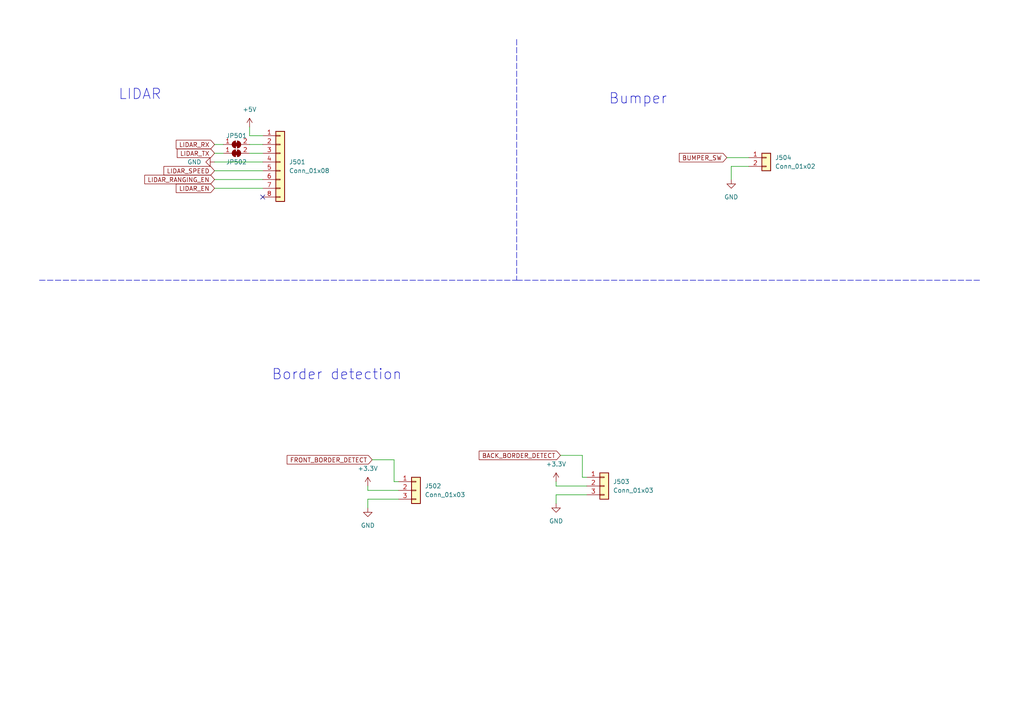
<source format=kicad_sch>
(kicad_sch (version 20230121) (generator eeschema)
  (paper "A4")
  (title_block (title "Robot chat - Sensors") (date "2023-09-19") (rev "1.0") (company "ENSEA"))
  (lib_symbols
    (symbol "Connector_Generic:Conn_01x02" (pin_names (offset 1.016) hide)
      (property "Reference" "J" (at 0 2.54 0))
      (property "Value" "Conn_01x02" (at 0 -5.08 0))
      (symbol "Conn_01x02_1_1"
        (rectangle (start -1.27 -2.413) (end 0 -2.667) (stroke (width 0.1524)))
        (rectangle (start -1.27 0.127) (end 0 -0.127) (stroke (width 0.1524)))
        (rectangle (start -1.27 1.27) (end 1.27 -3.81) (stroke (width 0.254)) (fill (type background)))
        (pin passive line (at -5.08 0 0) (length 3.81) (name "Pin_1") (number "1"))
        (pin passive line (at -5.08 -2.54 0) (length 3.81) (name "Pin_2") (number "2"))
      )
    )
    (symbol "Connector_Generic:Conn_01x03" (pin_names (offset 1.016) hide)
      (property "Reference" "J" (at 0 5.08 0))
      (property "Value" "Conn_01x03" (at 0 -5.08 0))
      (symbol "Conn_01x03_1_1"
        (rectangle (start -1.27 -2.413) (end 0 -2.667) (stroke (width 0.1524)))
        (rectangle (start -1.27 0.127) (end 0 -0.127) (stroke (width 0.1524)))
        (rectangle (start -1.27 2.667) (end 0 2.413) (stroke (width 0.1524)))
        (rectangle (start -1.27 3.81) (end 1.27 -3.81) (stroke (width 0.254)) (fill (type background)))
        (pin passive line (at -5.08 2.54 0) (length 3.81) (name "Pin_1") (number "1"))
        (pin passive line (at -5.08 0 0) (length 3.81) (name "Pin_2") (number "2"))
        (pin passive line (at -5.08 -2.54 0) (length 3.81) (name "Pin_3") (number "3"))
      )
    )
    (symbol "Connector_Generic:Conn_01x08" (pin_names (offset 1.016) hide)
      (property "Reference" "J" (at 0 10.16 0))
      (property "Value" "Conn_01x08" (at 0 -12.7 0))
      (symbol "Conn_01x08_1_1"
        (rectangle (start -1.27 -10.033) (end 0 -10.287) (stroke (width 0.1524)))
        (rectangle (start -1.27 -7.493) (end 0 -7.747) (stroke (width 0.1524)))
        (rectangle (start -1.27 -4.953) (end 0 -5.207) (stroke (width 0.1524)))
        (rectangle (start -1.27 -2.413) (end 0 -2.667) (stroke (width 0.1524)))
        (rectangle (start -1.27 0.127) (end 0 -0.127) (stroke (width 0.1524)))
        (rectangle (start -1.27 2.667) (end 0 2.413) (stroke (width 0.1524)))
        (rectangle (start -1.27 5.207) (end 0 4.953) (stroke (width 0.1524)))
        (rectangle (start -1.27 7.747) (end 0 7.493) (stroke (width 0.1524)))
        (rectangle (start -1.27 8.89) (end 1.27 -11.43) (stroke (width 0.254)) (fill (type background)))
        (pin passive line (at -5.08 7.62 0) (length 3.81) (name "Pin_1") (number "1"))
        (pin passive line (at -5.08 5.08 0) (length 3.81) (name "Pin_2") (number "2"))
        (pin passive line (at -5.08 2.54 0) (length 3.81) (name "Pin_3") (number "3"))
        (pin passive line (at -5.08 0 0) (length 3.81) (name "Pin_4") (number "4"))
        (pin passive line (at -5.08 -2.54 0) (length 3.81) (name "Pin_5") (number "5"))
        (pin passive line (at -5.08 -5.08 0) (length 3.81) (name "Pin_6") (number "6"))
        (pin passive line (at -5.08 -7.62 0) (length 3.81) (name "Pin_7") (number "7"))
        (pin passive line (at -5.08 -10.16 0) (length 3.81) (name "Pin_8") (number "8"))
      )
    )
    (symbol "Jumper:SolderJumper_2_Bridged" (pin_names (offset 0) hide)
      (property "Reference" "JP" (at 0 2.032 0))
      (property "Value" "SolderJumper_2_Bridged" (at 0 -2.54 0))
      (symbol "SolderJumper_2_Bridged_0_1"
        (rectangle (start -0.508 0.508) (end 0.508 -0.508) (fill (type outline)))
        (arc (start -0.254 1.016) (mid -1.2656 0) (end -0.254 -1.016))
        (arc (start -0.254 1.016) (mid -1.2656 0) (end -0.254 -1.016) (fill (type outline)))
        (polyline (pts (xy -0.254 1.016) (xy -0.254 -1.016)))
        (polyline (pts (xy 0.254 1.016) (xy 0.254 -1.016)))
        (arc (start 0.254 -1.016) (mid 1.2656 0) (end 0.254 1.016))
        (arc (start 0.254 -1.016) (mid 1.2656 0) (end 0.254 1.016) (fill (type outline)))
      )
      (symbol "SolderJumper_2_Bridged_1_1"
        (pin passive line (at -3.81 0 0) (length 2.54) (name "A") (number "1"))
        (pin passive line (at 3.81 0 180) (length 2.54) (name "B") (number "2"))
      )
    )
    (symbol "power:+3.3V" (power) (pin_names (offset 0))
      (property "Value" "+3.3V" (at 0 3.556 0))
      (symbol "+3.3V_0_1"
        (polyline (pts (xy -0.762 1.27) (xy 0 2.54)))
        (polyline (pts (xy 0 0) (xy 0 2.54)))
        (polyline (pts (xy 0 2.54) (xy 0.762 1.27)))
      )
      (symbol "+3.3V_1_1"
        (pin power_in line (at 0 0 90) (length 0) hide (name "+3.3V") (number "1"))
      )
    )
    (symbol "power:+5V" (power) (pin_names (offset 0))
      (property "Value" "+5V" (at 0 3.556 0))
      (symbol "+5V_0_1"
        (polyline (pts (xy -0.762 1.27) (xy 0 2.54)))
        (polyline (pts (xy 0 0) (xy 0 2.54)))
        (polyline (pts (xy 0 2.54) (xy 0.762 1.27)))
      )
      (symbol "+5V_1_1"
        (pin power_in line (at 0 0 90) (length 0) hide (name "+5V") (number "1"))
      )
    )
    (symbol "power:GND" (power) (pin_names (offset 0))
      (property "Value" "GND" (at 0 -3.81 0))
      (symbol "GND_0_1"
        (polyline (pts (xy 0 0) (xy 0 -1.27) (xy 1.27 -1.27) (xy 0 -2.54) (xy -1.27 -1.27) (xy 0 -1.27)))
      )
      (symbol "GND_1_1"
        (pin power_in line (at 0 0 270) (length 0) hide (name "GND") (number "1"))
      )
    )
  )
  (no_connect (at 76.2 57.15))
  (wire (pts (xy 161.29 143.51) (xy 170.18 143.51)))
  (wire (pts (xy 62.23 52.07) (xy 76.2 52.07)))
  (wire (pts (xy 62.23 44.45) (xy 64.77 44.45)))
  (wire (pts (xy 212.09 52.07) (xy 212.09 48.26)))
  (wire (pts (xy 72.39 41.91) (xy 76.2 41.91)))
  (wire (pts (xy 106.68 142.24) (xy 106.68 140.97)))
  (wire (pts (xy 168.91 138.43) (xy 168.91 132.08)))
  (wire (pts (xy 161.29 146.05) (xy 161.29 143.51)))
  (wire (pts (xy 170.18 138.43) (xy 168.91 138.43)))
  (wire (pts (xy 62.23 46.99) (xy 76.2 46.99)))
  (wire (pts (xy 62.23 54.61) (xy 76.2 54.61)))
  (wire (pts (xy 114.3 133.35) (xy 107.95 133.35)))
  (wire (pts (xy 106.68 147.32) (xy 106.68 144.78)))
  (wire (pts (xy 161.29 140.97) (xy 161.29 139.7)))
  (wire (pts (xy 62.23 49.53) (xy 76.2 49.53)))
  (wire (pts (xy 72.39 44.45) (xy 76.2 44.45)))
  (polyline (pts (xy 149.86 81.28) (xy 284.48 81.28)) (stroke (width 0) (type dash)))
  (wire (pts (xy 115.57 142.24) (xy 106.68 142.24)))
  (wire (pts (xy 62.23 41.91) (xy 64.77 41.91)))
  (wire (pts (xy 210.82 45.72) (xy 217.17 45.72)))
  (wire (pts (xy 115.57 139.7) (xy 114.3 139.7)))
  (wire (pts (xy 168.91 132.08) (xy 162.56 132.08)))
  (wire (pts (xy 170.18 140.97) (xy 161.29 140.97)))
  (wire (pts (xy 212.09 48.26) (xy 217.17 48.26)))
  (wire (pts (xy 72.39 36.83) (xy 72.39 39.37)))
  (wire (pts (xy 72.39 39.37) (xy 76.2 39.37)))
  (wire (pts (xy 106.68 144.78) (xy 115.57 144.78)))
  (polyline (pts (xy 11.43 81.28) (xy 149.86 81.28)) (stroke (width 0) (type dash)))
  (polyline (pts (xy 149.86 11.43) (xy 149.86 81.28)) (stroke (width 0) (type dash)))
  (wire (pts (xy 114.3 139.7) (xy 114.3 133.35)))
  (text "LIDAR" (at 34.29 29.21 0) (effects (font (size 3 3)) (justify left bottom)))
  (text "Bumper\n" (at 176.53 30.48 0) (effects (font (size 3 3)) (justify left bottom)))
  (text "Border detection" (at 78.74 110.49 0) (effects (font (size 3 3)) (justify left bottom)))
  (global_label "BUMPER_SW" (shape input) (at 210.82 45.72 180) (property "Intersheetrefs" "${INTERSHEET_REFS}" (effects hide)))
  (global_label "LIDAR_TX" (shape input) (at 62.23 44.45 180) (property "Intersheetrefs" "${INTERSHEET_REFS}" (effects hide)))
  (global_label "BACK_BORDER_DETECT" (shape input) (at 162.56 132.08 180) (property "Intersheetrefs" "${INTERSHEET_REFS}" (effects hide)))
  (global_label "LIDAR_RX" (shape input) (at 62.23 41.91 180) (property "Intersheetrefs" "${INTERSHEET_REFS}" (effects hide)))
  (global_label "LIDAR_SPEED" (shape input) (at 62.23 49.53 180) (property "Intersheetrefs" "${INTERSHEET_REFS}" (effects hide)))
  (global_label "FRONT_BORDER_DETECT" (shape input) (at 107.95 133.35 180) (property "Intersheetrefs" "${INTERSHEET_REFS}" (effects hide)))
  (global_label "LIDAR_RANGING_EN" (shape input) (at 62.23 52.07 180) (property "Intersheetrefs" "${INTERSHEET_REFS}" (effects hide)))
  (global_label "LIDAR_EN" (shape input) (at 62.23 54.61 180) (property "Intersheetrefs" "${INTERSHEET_REFS}" (effects hide)))
  (symbol (lib_id "power:GND") (at 62.23 46.99 270) (unit 1)
    (property "Reference" "#PWR0501" (effects hide))
    (property "Value" "GND" (at 58.42 46.99 90) (effects (justify right)))
  )
  (symbol (lib_id "power:GND") (at 161.29 146.05 0) (unit 1)
    (property "Reference" "#PWR0506" (effects hide))
    (property "Value" "GND" (at 161.29 151.13 0))
  )
  (symbol (lib_id "Jumper:SolderJumper_2_Bridged") (at 68.58 44.45 0) (mirror x) (unit 1)
    (property "Reference" "JP502" (at 68.58 46.99 0))
    (property "Value" "SolderJumper_2_Bridged" (effects hide))
    (property "Footprint" "Jumper:SolderJumper-2_P1.3mm_Bridged_RoundedPad1.0x1.5mm" (effects hide))
  )
  (symbol (lib_id "power:GND") (at 106.68 147.32 0) (unit 1)
    (property "Reference" "#PWR0504" (effects hide))
    (property "Value" "GND" (at 106.68 152.4 0))
  )
  (symbol (lib_id "Connector_Generic:Conn_01x03") (at 175.26 140.97 0) (unit 1)
    (property "Reference" "J503" (at 177.8 139.7 0) (effects (justify left)))
    (property "Value" "Conn_01x03" (at 177.8 142.24 0) (effects (justify left)))
  )
  (symbol (lib_id "power:+3.3V") (at 106.68 140.97 0) (unit 1)
    (property "Reference" "#PWR0503" (effects hide))
    (property "Value" "+3.3V" (at 106.68 135.89 0))
  )
  (symbol (lib_id "Jumper:SolderJumper_2_Bridged") (at 68.58 41.91 0) (unit 1)
    (property "Reference" "JP501" (at 68.58 39.37 0))
    (property "Value" "SolderJumper_2_Bridged" (effects hide))
    (property "Footprint" "Jumper:SolderJumper-2_P1.3mm_Bridged_RoundedPad1.0x1.5mm" (effects hide))
  )
  (symbol (lib_id "power:+5V") (at 72.39 36.83 0) (unit 1)
    (property "Reference" "#PWR0502" (effects hide))
    (property "Value" "+5V" (at 72.39 31.75 0))
  )
  (symbol (lib_id "Connector_Generic:Conn_01x08") (at 81.28 46.99 0) (unit 1)
    (property "Reference" "J501" (at 83.82 46.99 0) (effects (justify left)))
    (property "Value" "Conn_01x08" (at 83.82 49.53 0) (effects (justify left)))
  )
  (symbol (lib_id "Connector_Generic:Conn_01x02") (at 222.25 45.72 0) (unit 1)
    (property "Reference" "J504" (at 224.79 45.72 0) (effects (justify left)))
    (property "Value" "Conn_01x02" (at 224.79 48.26 0) (effects (justify left)))
  )
  (symbol (lib_id "Connector_Generic:Conn_01x03") (at 120.65 142.24 0) (unit 1)
    (property "Reference" "J502" (at 123.19 140.97 0) (effects (justify left)))
    (property "Value" "Conn_01x03" (at 123.19 143.51 0) (effects (justify left)))
  )
  (symbol (lib_id "power:+3.3V") (at 161.29 139.7 0) (unit 1)
    (property "Reference" "#PWR0505" (effects hide))
    (property "Value" "+3.3V" (at 161.29 134.62 0))
  )
  (symbol (lib_id "power:GND") (at 212.09 52.07 0) (unit 1)
    (property "Reference" "#PWR0507" (effects hide))
    (property "Value" "GND" (at 212.09 57.15 0))
  )
)
</source>
